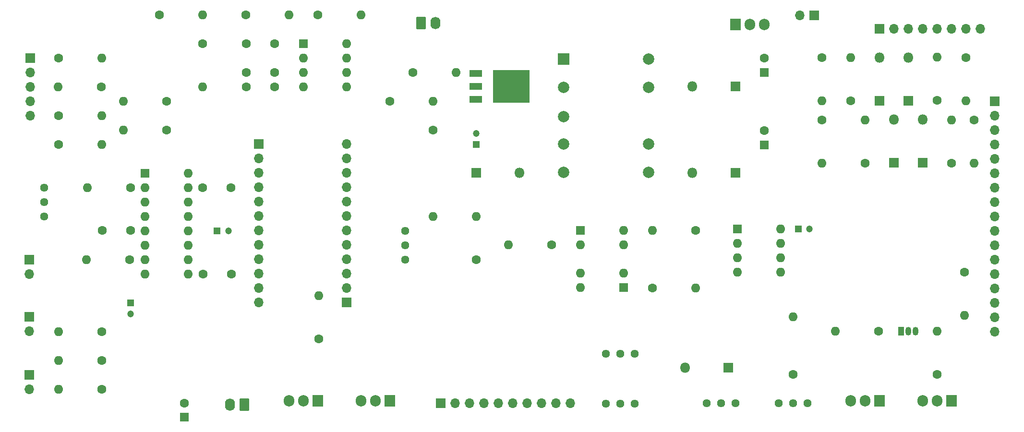
<source format=gbr>
%TF.GenerationSoftware,KiCad,Pcbnew,6.0.11+dfsg-1*%
%TF.CreationDate,2023-07-13T18:49:34+02:00*%
%TF.ProjectId,inversor,696e7665-7273-46f7-922e-6b696361645f,rev?*%
%TF.SameCoordinates,Original*%
%TF.FileFunction,Soldermask,Top*%
%TF.FilePolarity,Negative*%
%FSLAX46Y46*%
G04 Gerber Fmt 4.6, Leading zero omitted, Abs format (unit mm)*
G04 Created by KiCad (PCBNEW 6.0.11+dfsg-1) date 2023-07-13 18:49:34*
%MOMM*%
%LPD*%
G01*
G04 APERTURE LIST*
G04 Aperture macros list*
%AMRoundRect*
0 Rectangle with rounded corners*
0 $1 Rounding radius*
0 $2 $3 $4 $5 $6 $7 $8 $9 X,Y pos of 4 corners*
0 Add a 4 corners polygon primitive as box body*
4,1,4,$2,$3,$4,$5,$6,$7,$8,$9,$2,$3,0*
0 Add four circle primitives for the rounded corners*
1,1,$1+$1,$2,$3*
1,1,$1+$1,$4,$5*
1,1,$1+$1,$6,$7*
1,1,$1+$1,$8,$9*
0 Add four rect primitives between the rounded corners*
20,1,$1+$1,$2,$3,$4,$5,0*
20,1,$1+$1,$4,$5,$6,$7,0*
20,1,$1+$1,$6,$7,$8,$9,0*
20,1,$1+$1,$8,$9,$2,$3,0*%
G04 Aperture macros list end*
%ADD10C,1.600000*%
%ADD11O,1.600000X1.600000*%
%ADD12R,1.600000X1.600000*%
%ADD13R,2.200000X1.200000*%
%ADD14R,6.400000X5.800000*%
%ADD15R,1.700000X1.700000*%
%ADD16O,1.700000X1.700000*%
%ADD17R,1.050000X1.500000*%
%ADD18O,1.050000X1.500000*%
%ADD19R,1.200000X1.200000*%
%ADD20C,1.200000*%
%ADD21R,1.905000X2.000000*%
%ADD22O,1.905000X2.000000*%
%ADD23R,1.800000X1.800000*%
%ADD24O,1.800000X1.800000*%
%ADD25C,1.440000*%
%ADD26RoundRect,0.250000X-0.620000X-0.845000X0.620000X-0.845000X0.620000X0.845000X-0.620000X0.845000X0*%
%ADD27O,1.740000X2.190000*%
%ADD28C,2.000000*%
%ADD29R,2.000000X2.000000*%
%ADD30RoundRect,0.250000X0.620000X0.845000X-0.620000X0.845000X-0.620000X-0.845000X0.620000X-0.845000X0*%
G04 APERTURE END LIST*
D10*
%TO.C,R33*%
X223320000Y-43280000D03*
D11*
X223320000Y-35660000D03*
%TD*%
D12*
%TO.C,U7*%
X175695000Y-66140000D03*
D11*
X175695000Y-68680000D03*
X183315000Y-68680000D03*
X183315000Y-66140000D03*
%TD*%
D10*
%TO.C,R26*%
X241100000Y-54245000D03*
D11*
X241100000Y-46625000D03*
%TD*%
D10*
%TO.C,C4*%
X96345000Y-66140000D03*
X91345000Y-66140000D03*
%TD*%
D13*
%TO.C,Q1*%
X157185000Y-38460000D03*
X157185000Y-40740000D03*
D14*
X163485000Y-40740000D03*
D13*
X157185000Y-43020000D03*
%TD*%
D15*
%TO.C,TH1*%
X78445000Y-91560000D03*
D16*
X78445000Y-94100000D03*
%TD*%
D10*
%TO.C,R14*%
X149685000Y-48380000D03*
D11*
X149685000Y-63620000D03*
%TD*%
D17*
%TO.C,Q3*%
X232235000Y-83920000D03*
D18*
X233505000Y-83920000D03*
X234775000Y-83920000D03*
%TD*%
D10*
%TO.C,R25*%
X196015000Y-66140000D03*
D11*
X188395000Y-66140000D03*
%TD*%
D10*
%TO.C,R10*%
X96125000Y-71240000D03*
D11*
X88505000Y-71240000D03*
%TD*%
D10*
%TO.C,C3*%
X116745000Y-33140000D03*
X121745000Y-33140000D03*
%TD*%
%TO.C,R15*%
X157305000Y-71240000D03*
D11*
X157305000Y-63620000D03*
%TD*%
D15*
%TO.C,J9*%
X248745000Y-43300000D03*
D16*
X248745000Y-45840000D03*
X248745000Y-48380000D03*
X248745000Y-50920000D03*
X248745000Y-53460000D03*
X248745000Y-56000000D03*
X248745000Y-58540000D03*
X248745000Y-61080000D03*
X248745000Y-63620000D03*
X248745000Y-66160000D03*
X248745000Y-68700000D03*
X248745000Y-71240000D03*
X248745000Y-73780000D03*
X248745000Y-76320000D03*
X248745000Y-78860000D03*
X248745000Y-81400000D03*
X248745000Y-83940000D03*
%TD*%
D15*
%TO.C,J6*%
X118887500Y-50860000D03*
D16*
X118887500Y-53400000D03*
X118887500Y-55940000D03*
X118887500Y-58480000D03*
X118887500Y-61020000D03*
X118887500Y-63560000D03*
X118887500Y-66100000D03*
X118887500Y-68640000D03*
X118887500Y-71180000D03*
X118887500Y-73720000D03*
X118887500Y-76260000D03*
X118887500Y-78800000D03*
%TD*%
D10*
%TO.C,R13*%
X146145000Y-38220000D03*
D11*
X153765000Y-38220000D03*
%TD*%
D10*
%TO.C,R8*%
X83645000Y-50920000D03*
D11*
X91265000Y-50920000D03*
%TD*%
D19*
%TO.C,C7*%
X96345000Y-78860000D03*
D20*
X96345000Y-80860000D03*
%TD*%
D21*
%TO.C,U8*%
X241100000Y-96130000D03*
D22*
X238560000Y-96130000D03*
X236020000Y-96130000D03*
%TD*%
D15*
%TO.C,J8*%
X134420000Y-78840000D03*
D16*
X134420000Y-76300000D03*
X134420000Y-73760000D03*
X134420000Y-71220000D03*
X134420000Y-68680000D03*
X134420000Y-66140000D03*
X134420000Y-63600000D03*
X134420000Y-61060000D03*
X134420000Y-58520000D03*
X134420000Y-55980000D03*
X134420000Y-53440000D03*
X134420000Y-50900000D03*
%TD*%
D10*
%TO.C,R6*%
X91275000Y-94100000D03*
D11*
X83655000Y-94100000D03*
%TD*%
D23*
%TO.C,D1*%
X157305000Y-55980000D03*
D24*
X164925000Y-55980000D03*
%TD*%
D10*
%TO.C,R1*%
X101425000Y-28060000D03*
D11*
X109045000Y-28060000D03*
%TD*%
D25*
%TO.C,RV2*%
X185245000Y-87905000D03*
X182705000Y-87905000D03*
X180165000Y-87905000D03*
%TD*%
D26*
%TO.C,J1*%
X147570000Y-29520000D03*
D27*
X150110000Y-29520000D03*
%TD*%
D19*
%TO.C,C9*%
X111585000Y-66160000D03*
D20*
X113585000Y-66160000D03*
%TD*%
D10*
%TO.C,C2*%
X121745000Y-40760000D03*
X116745000Y-40760000D03*
%TD*%
D28*
%TO.C,TR1*%
X172720000Y-46040000D03*
D29*
X172720000Y-35880000D03*
D28*
X172720000Y-40880000D03*
X172720000Y-50880000D03*
X172720000Y-55880000D03*
X187640000Y-55880000D03*
X187640000Y-50880000D03*
X187640000Y-40880000D03*
X187640000Y-35880000D03*
%TD*%
D10*
%TO.C,C5*%
X121745000Y-38220000D03*
X116745000Y-38220000D03*
%TD*%
%TO.C,R28*%
X228205000Y-83920000D03*
D11*
X220585000Y-83920000D03*
%TD*%
D10*
%TO.C,R32*%
X238600000Y-43180000D03*
D11*
X238600000Y-35560000D03*
%TD*%
D12*
%TO.C,C12*%
X208105000Y-51040000D03*
D10*
X208105000Y-48540000D03*
%TD*%
%TO.C,C6*%
X114125000Y-73780000D03*
X109125000Y-73780000D03*
%TD*%
D21*
%TO.C,U5*%
X203025000Y-29820000D03*
D22*
X205565000Y-29820000D03*
X208105000Y-29820000D03*
%TD*%
D10*
%TO.C,R17*%
X91165000Y-40760000D03*
D11*
X83545000Y-40760000D03*
%TD*%
D10*
%TO.C,R21*%
X188395000Y-76300000D03*
D11*
X196015000Y-76300000D03*
%TD*%
D25*
%TO.C,RV5*%
X203000000Y-96620000D03*
X200460000Y-96620000D03*
X197920000Y-96620000D03*
%TD*%
D15*
%TO.C,J10*%
X228430000Y-30530000D03*
D16*
X230970000Y-30530000D03*
X233510000Y-30530000D03*
X236050000Y-30530000D03*
X238590000Y-30530000D03*
X241130000Y-30530000D03*
X243670000Y-30530000D03*
X246210000Y-30530000D03*
%TD*%
D23*
%TO.C,D7*%
X233480000Y-43280000D03*
D24*
X233480000Y-35660000D03*
%TD*%
D15*
%TO.C,TH2*%
X78445000Y-81330000D03*
D16*
X78445000Y-83870000D03*
%TD*%
D10*
%TO.C,R24*%
X170535000Y-68680000D03*
D11*
X162915000Y-68680000D03*
%TD*%
D10*
%TO.C,R5*%
X96345000Y-58540000D03*
D11*
X88725000Y-58540000D03*
%TD*%
D12*
%TO.C,U6*%
X203375000Y-65890000D03*
D11*
X203375000Y-68430000D03*
X203375000Y-70970000D03*
X203375000Y-73510000D03*
X210995000Y-73510000D03*
X210995000Y-70970000D03*
X210995000Y-68430000D03*
X210995000Y-65890000D03*
%TD*%
D25*
%TO.C,RV3*%
X185245000Y-96640000D03*
X182705000Y-96640000D03*
X180165000Y-96640000D03*
%TD*%
D10*
%TO.C,R35*%
X218240000Y-35660000D03*
D11*
X218240000Y-43280000D03*
%TD*%
D10*
%TO.C,R12*%
X142065000Y-43300000D03*
D11*
X149685000Y-43300000D03*
%TD*%
D10*
%TO.C,R4*%
X129365000Y-28060000D03*
D11*
X136985000Y-28060000D03*
%TD*%
D23*
%TO.C,D8*%
X228400000Y-43280000D03*
D24*
X228400000Y-35660000D03*
%TD*%
D23*
%TO.C,D4*%
X201755000Y-90290000D03*
D24*
X194135000Y-90290000D03*
%TD*%
D10*
%TO.C,R2*%
X109045000Y-33140000D03*
D11*
X109045000Y-40760000D03*
%TD*%
D10*
%TO.C,R31*%
X238585000Y-91540000D03*
D11*
X238585000Y-83920000D03*
%TD*%
D12*
%TO.C,U3*%
X98885000Y-56000000D03*
D11*
X98885000Y-58540000D03*
X98885000Y-61080000D03*
X98885000Y-63620000D03*
X98885000Y-66160000D03*
X98885000Y-68700000D03*
X98885000Y-71240000D03*
X98885000Y-73780000D03*
X106505000Y-73780000D03*
X106505000Y-71240000D03*
X106505000Y-68700000D03*
X106505000Y-66160000D03*
X106505000Y-63620000D03*
X106505000Y-61080000D03*
X106505000Y-58540000D03*
X106505000Y-56000000D03*
%TD*%
D10*
%TO.C,R23*%
X243430000Y-73510000D03*
D11*
X243430000Y-81130000D03*
%TD*%
D12*
%TO.C,U4*%
X183295000Y-76200000D03*
D11*
X183295000Y-73660000D03*
X175675000Y-73660000D03*
X175675000Y-76200000D03*
%TD*%
D10*
%TO.C,R22*%
X213185000Y-91540000D03*
D11*
X213185000Y-81380000D03*
%TD*%
D10*
%TO.C,R11*%
X91275000Y-83940000D03*
D11*
X83655000Y-83940000D03*
%TD*%
D10*
%TO.C,R20*%
X83645000Y-35680000D03*
D11*
X91265000Y-35680000D03*
%TD*%
D15*
%TO.C,TH3*%
X78445000Y-71240000D03*
D16*
X78445000Y-73780000D03*
%TD*%
D15*
%TO.C,J2*%
X78590000Y-35680000D03*
D16*
X78590000Y-38220000D03*
X78590000Y-40760000D03*
X78590000Y-43300000D03*
X78590000Y-45840000D03*
%TD*%
D21*
%TO.C,U1*%
X142065000Y-96130000D03*
D22*
X139525000Y-96130000D03*
X136985000Y-96130000D03*
%TD*%
D19*
%TO.C,C13*%
X214075000Y-65890000D03*
D20*
X216075000Y-65890000D03*
%TD*%
D30*
%TO.C,J4*%
X116409966Y-96840000D03*
D27*
X113869966Y-96840000D03*
%TD*%
D10*
%TO.C,R19*%
X102695000Y-48380000D03*
D11*
X95075000Y-48380000D03*
%TD*%
D25*
%TO.C,RV4*%
X144790000Y-71240000D03*
X144790000Y-68700000D03*
X144790000Y-66160000D03*
%TD*%
D10*
%TO.C,C8*%
X109045000Y-58540000D03*
X114045000Y-58540000D03*
%TD*%
%TO.C,R34*%
X243640000Y-35660000D03*
D11*
X243640000Y-43280000D03*
%TD*%
D12*
%TO.C,C11*%
X208105000Y-38220000D03*
D10*
X208105000Y-35720000D03*
%TD*%
D15*
%TO.C,J3*%
X150985000Y-96615000D03*
D16*
X153525000Y-96615000D03*
X156065000Y-96615000D03*
X158605000Y-96615000D03*
X161145000Y-96615000D03*
X163685000Y-96615000D03*
X166225000Y-96615000D03*
X168765000Y-96615000D03*
X171305000Y-96615000D03*
X173845000Y-96615000D03*
%TD*%
D21*
%TO.C,Q2*%
X129365000Y-96130000D03*
D22*
X126825000Y-96130000D03*
X124285000Y-96130000D03*
%TD*%
D25*
%TO.C,RV1*%
X81105000Y-58540000D03*
X81105000Y-61080000D03*
X81105000Y-63620000D03*
%TD*%
D10*
%TO.C,R3*%
X116665000Y-28060000D03*
D11*
X124285000Y-28060000D03*
%TD*%
D25*
%TO.C,RV6*%
X215700000Y-96620000D03*
X213160000Y-96620000D03*
X210620000Y-96620000D03*
%TD*%
D10*
%TO.C,R16*%
X102695000Y-43300000D03*
D11*
X95075000Y-43300000D03*
%TD*%
D23*
%TO.C,D5*%
X236020000Y-54145000D03*
D24*
X236020000Y-46525000D03*
%TD*%
D10*
%TO.C,R27*%
X225860000Y-54245000D03*
D11*
X225860000Y-46625000D03*
%TD*%
D12*
%TO.C,U2*%
X126825000Y-33140000D03*
D11*
X126825000Y-35680000D03*
X126825000Y-38220000D03*
X126825000Y-40760000D03*
X134445000Y-40760000D03*
X134445000Y-38220000D03*
X134445000Y-35680000D03*
X134445000Y-33140000D03*
%TD*%
D19*
%TO.C,C10*%
X157305000Y-51002554D03*
D20*
X157305000Y-49002554D03*
%TD*%
D15*
%TO.C,J5*%
X216926965Y-28152500D03*
D16*
X214386965Y-28152500D03*
%TD*%
D10*
%TO.C,R7*%
X83645000Y-45840000D03*
D11*
X91265000Y-45840000D03*
%TD*%
D10*
%TO.C,R9*%
X91275000Y-89020000D03*
D11*
X83655000Y-89020000D03*
%TD*%
D21*
%TO.C,Q4*%
X228400000Y-96130000D03*
D22*
X225860000Y-96130000D03*
X223320000Y-96130000D03*
%TD*%
D10*
%TO.C,R29*%
X245090000Y-46625000D03*
D11*
X245090000Y-54245000D03*
%TD*%
D10*
%TO.C,R30*%
X218280000Y-46625000D03*
D11*
X218280000Y-54245000D03*
%TD*%
D12*
%TO.C,C1*%
X105842500Y-99060000D03*
D10*
X105842500Y-96560000D03*
%TD*%
D23*
%TO.C,D3*%
X203025000Y-55980000D03*
D24*
X195405000Y-55980000D03*
%TD*%
D23*
%TO.C,D6*%
X230940000Y-54145000D03*
D24*
X230940000Y-46525000D03*
%TD*%
D10*
%TO.C,R18*%
X129485000Y-85260000D03*
D11*
X129485000Y-77640000D03*
%TD*%
D23*
%TO.C,D2*%
X203025000Y-40740000D03*
D24*
X195405000Y-40740000D03*
%TD*%
M02*

</source>
